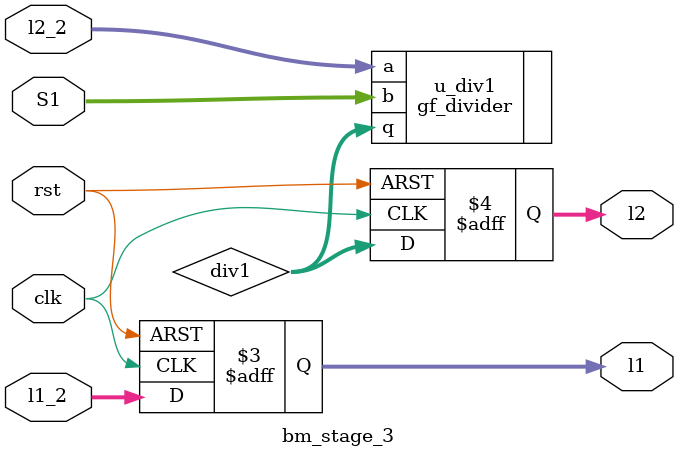
<source format=sv>

module bm_stage_3 (
    input logic clk,
    input logic rst,
    input logic [3:0] S1,
    input logic [3:0] l1_2,
    input logic [3:0] l2_2,

    output logic [3:0] l1,
    output logic [3:0] l2
);

wire [3:0] div1;

gf_divider    u_div1  (.a(l2_2), .b(S1), .q(div1));

always_ff @(posedge clk or negedge rst) begin
    if (!rst) begin
        l1 <= 0;
        l2 <= 0;
    end else begin
        l1 <= l1_2;
        l2 <= div1;
    end
end

endmodule
</source>
